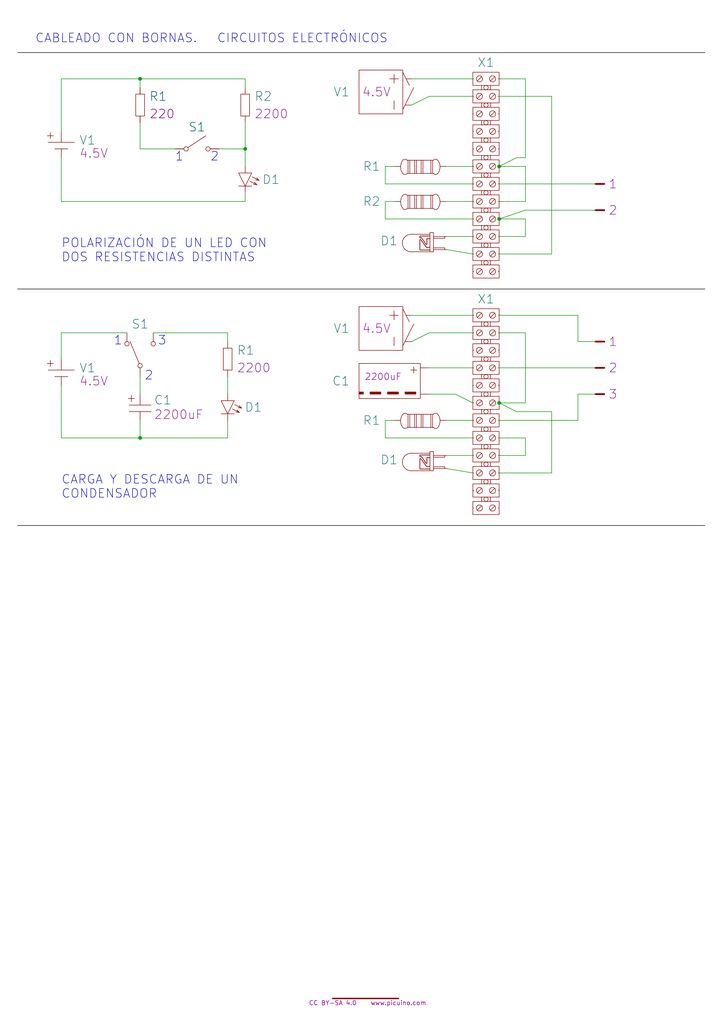
<source format=kicad_sch>
(kicad_sch (version 20211123) (generator eeschema)
  (paper "A4" portrait)
  (title_block (title "Circuitos eléctricos. Cableado con bornas.") (date "14/12/2018") (company "www.picuino.com") (comment 1 "Copyright (c) 2018 by Carlos Pardo") (comment 2 "License CC BY-SA 4.0"))
  (lib_symbols
    (symbol "electronic-bornas-electronic-rescue:CopyRight-simbolos" (pin_names (offset 1.016))
      (property "License" "Licencia CC BY-SA 4.0" (at 9.525 5.715 0))
      (property "Author" "Carlos Pardo" (at 7.62 3.81 0))
      (property "Date" "© 2018" (at -1.27 3.81 0))
      (property "Web" "www.picuino.com" (at 9.525 1.905 0))
      (symbol "CopyRight-simbolos_0_1"
        (polyline (pts (xy 0 0) (xy 19.05 0)) (stroke (width 0.4064)))
      )
    )
    (symbol "electronic-bornas-electronic-rescue:LED_pack_5mm-simbolos" (pin_names (offset 1.016))
      (property "Reference" "D" (at 5.08 7.62 0))
      (symbol "LED_pack_5mm-simbolos_0_1"
        (polyline (pts (xy -0.635 10.287) (xy -0.635 4.826)))
        (polyline (pts (xy 0 1.905) (xy 0 3.81)))
        (polyline (pts (xy 3.81 1.905) (xy 3.81 3.81)))
        (polyline (pts (xy 4.445 10.287) (xy 4.445 4.826)))
        (polyline (pts (xy 0 0.508) (xy 0.508 0.508) (xy 0.508 3.81)))
        (polyline (pts (xy 3.81 0.508) (xy 3.302 0.508) (xy 3.302 3.81)))
        (polyline (pts (xy -0.127 4.826) (xy -0.127 7.747) (xy 2.921 7.747) (xy 2.921 7.493) (xy 0.635 5.842) (xy 0.635 4.826)) (stroke (width 0.2032)))
        (polyline (pts (xy 4.445 4.826) (xy -0.635 4.826) (xy -0.635 3.81) (xy 4.953 3.81) (xy 4.953 4.826) (xy 4.445 4.826)))
        (polyline (pts (xy 3.937 4.826) (xy 3.937 7.747) (xy 3.429 7.747) (xy 3.429 7.239) (xy 1.524 5.969) (xy 1.524 5.715) (xy 3.175 5.715) (xy 3.175 4.826)) (stroke (width 0.2032)))
        (arc (start 4.445 10.287) (mid 1.905 12.827) (end -0.635 10.287))
      )
      (symbol "LED_pack_5mm-simbolos_1_1"
        (pin input line (at 0 0 90) (length 1.905) (name "") (number ""))
        (pin input line (at 3.81 0 90) (length 1.905) (name "") (number ""))
      )
    )
    (symbol "electronic-bornas-electronic-rescue:Pila-simbolos" (pin_names (offset 1.016))
      (property "Reference" "V" (at 5.08 -4.445 0))
      (symbol "Pila-simbolos_0_1"
        (polyline (pts (xy -4.064 -1.27) (xy -2.286 -1.27)))
        (polyline (pts (xy -3.81 -3.175) (xy 3.81 -3.175)))
        (polyline (pts (xy -3.175 -0.381) (xy -3.175 -2.159)))
        (polyline (pts (xy -1.905 -5.08) (xy 1.905 -5.08)))
      )
      (symbol "Pila-simbolos_1_1"
        (pin input line (at 0 -7.62 90) (length 2.54) (name "") (number ""))
        (pin input line (at 0 0 270) (length 3.175) (name "") (number ""))
      )
    )
    (symbol "electronic-bornas-electronic-rescue:borna_12x2-simbolos" (pin_names (offset 1.016))
      (property "Reference" "X" (at 3.81 3.81 0))
      (symbol "borna_12x2-simbolos_0_1"
        (rectangle (start 0 -53.975) (end 7.62 -57.785))
        (rectangle (start 0 -48.895) (end 7.62 -52.705))
        (rectangle (start 0 -43.815) (end 7.62 -47.625))
        (rectangle (start 0 -38.735) (end 7.62 -42.545))
        (rectangle (start 0 -33.655) (end 7.62 -37.465))
        (rectangle (start 0 -28.575) (end 7.62 -32.385))
        (rectangle (start 0 -23.495) (end 7.62 -27.305))
        (rectangle (start 0 -18.415) (end 7.62 -22.225))
        (rectangle (start 0 -13.335) (end 7.62 -17.145))
        (rectangle (start 0 -8.255) (end 7.62 -12.065))
        (rectangle (start 0 -3.175) (end 7.62 -6.985))
        (polyline (pts (xy 1.27 -56.515) (xy 2.54 -55.245)))
        (polyline (pts (xy 1.27 -51.435) (xy 2.54 -50.165)))
        (polyline (pts (xy 1.27 -46.355) (xy 2.54 -45.085)))
        (polyline (pts (xy 1.27 -41.275) (xy 2.54 -40.005)))
        (polyline (pts (xy 1.27 -36.195) (xy 2.54 -34.925)))
        (polyline (pts (xy 1.27 -31.115) (xy 2.54 -29.845)))
        (polyline (pts (xy 1.27 -26.035) (xy 2.54 -24.765)))
        (polyline (pts (xy 1.27 -20.955) (xy 2.54 -19.685)))
        (polyline (pts (xy 1.27 -15.875) (xy 2.54 -14.605)))
        (polyline (pts (xy 1.27 -10.795) (xy 2.54 -9.525)))
        (polyline (pts (xy 1.27 -5.715) (xy 2.54 -4.445)))
        (polyline (pts (xy 1.27 -0.635) (xy 2.54 0.635)))
        (polyline (pts (xy 2.54 -53.975) (xy 2.54 -52.705)))
        (polyline (pts (xy 2.54 -48.895) (xy 2.54 -47.625)))
        (polyline (pts (xy 2.54 -43.815) (xy 2.54 -42.545)))
        (polyline (pts (xy 2.54 -38.735) (xy 2.54 -37.465)))
        (polyline (pts (xy 2.54 -33.655) (xy 2.54 -32.385)))
        (polyline (pts (xy 2.54 -28.575) (xy 2.54 -27.305)))
        (polyline (pts (xy 2.54 -23.495) (xy 2.54 -22.225)))
        (polyline (pts (xy 2.54 -18.415) (xy 2.54 -17.145)))
        (polyline (pts (xy 2.54 -13.335) (xy 2.54 -12.065)))
        (polyline (pts (xy 2.54 -8.255) (xy 2.54 -6.985)))
        (polyline (pts (xy 2.54 -3.175) (xy 2.54 -1.905)))
        (polyline (pts (xy 5.08 -56.515) (xy 6.35 -55.245)))
        (polyline (pts (xy 5.08 -53.975) (xy 5.08 -52.705)))
        (polyline (pts (xy 5.08 -51.435) (xy 6.35 -50.165)))
        (polyline (pts (xy 5.08 -48.895) (xy 5.08 -47.625)))
        (polyline (pts (xy 5.08 -46.355) (xy 6.35 -45.085)))
        (polyline (pts (xy 5.08 -43.815) (xy 5.08 -42.545)))
        (polyline (pts (xy 5.08 -41.275) (xy 6.35 -40.005)))
        (polyline (pts (xy 5.08 -38.735) (xy 5.08 -37.465)))
        (polyline (pts (xy 5.08 -36.195) (xy 6.35 -34.925)))
        (polyline (pts (xy 5.08 -33.655) (xy 5.08 -32.385)))
        (polyline (pts (xy 5.08 -31.115) (xy 6.35 -29.845)))
        (polyline (pts (xy 5.08 -28.575) (xy 5.08 -27.305)))
        (polyline (pts (xy 5.08 -26.035) (xy 6.35 -24.765)))
        (polyline (pts (xy 5.08 -23.495) (xy 5.08 -22.225)))
        (polyline (pts (xy 5.08 -20.955) (xy 6.35 -19.685)))
        (polyline (pts (xy 5.08 -18.415) (xy 5.08 -17.145)))
        (polyline (pts (xy 5.08 -15.875) (xy 6.35 -14.605)))
        (polyline (pts (xy 5.08 -13.335) (xy 5.08 -12.065)))
        (polyline (pts (xy 5.08 -10.795) (xy 6.35 -9.525)))
        (polyline (pts (xy 5.08 -8.255) (xy 5.08 -6.985)))
        (polyline (pts (xy 5.08 -5.715) (xy 6.35 -4.445)))
        (polyline (pts (xy 5.08 -3.175) (xy 5.08 -1.905)))
        (polyline (pts (xy 5.08 -0.635) (xy 6.35 0.635)))
        (rectangle (start 0 1.905) (end 7.62 -1.905))
        (circle (center 1.905 -55.88) (radius 0.889))
        (circle (center 1.905 -50.8) (radius 0.889))
        (circle (center 1.905 -45.72) (radius 0.889))
        (circle (center 1.905 -40.64) (radius 0.889))
        (circle (center 1.905 -35.56) (radius 0.889))
        (circle (center 1.905 -30.48) (radius 0.889))
        (circle (center 1.905 -25.4) (radius 0.889))
        (circle (center 1.905 -20.32) (radius 0.889))
        (circle (center 1.905 -15.24) (radius 0.889))
        (circle (center 1.905 -10.16) (radius 0.889))
        (circle (center 1.905 -5.08) (radius 0.889))
        (circle (center 1.905 0) (radius 0.889))
        (circle (center 3.81 -53.34) (radius 0.635))
        (circle (center 3.81 -48.26) (radius 0.635))
        (circle (center 3.81 -43.18) (radius 0.635))
        (circle (center 3.81 -38.1) (radius 0.635))
        (circle (center 3.81 -33.02) (radius 0.635))
        (circle (center 3.81 -27.94) (radius 0.635))
        (circle (center 3.81 -22.86) (radius 0.635))
        (circle (center 3.81 -17.78) (radius 0.635))
        (circle (center 3.81 -12.7) (radius 0.635))
        (circle (center 3.81 -7.62) (radius 0.635))
        (circle (center 3.81 -2.54) (radius 0.635))
        (circle (center 5.715 -55.88) (radius 0.889))
        (circle (center 5.715 -50.8) (radius 0.889))
        (circle (center 5.715 -45.72) (radius 0.889))
        (circle (center 5.715 -40.64) (radius 0.889))
        (circle (center 5.715 -35.56) (radius 0.889))
        (circle (center 5.715 -30.48) (radius 0.889))
        (circle (center 5.715 -25.4) (radius 0.889))
        (circle (center 5.715 -20.32) (radius 0.889))
        (circle (center 5.715 -15.24) (radius 0.889))
        (circle (center 5.715 -10.16) (radius 0.889))
        (circle (center 5.715 -5.08) (radius 0.889))
        (circle (center 5.715 0) (radius 0.889))
      )
      (symbol "borna_12x2-simbolos_1_1"
        (pin input line (at 0 -55.88 0) (length 0.254) (name "") (number ""))
        (pin input line (at 0 -50.8 0) (length 0.254) (name "") (number ""))
        (pin input line (at 0 -45.72 0) (length 0.254) (name "") (number ""))
        (pin input line (at 0 -40.64 0) (length 0.254) (name "") (number ""))
        (pin input line (at 0 -35.56 0) (length 0.254) (name "") (number ""))
        (pin input line (at 0 -30.48 0) (length 0.254) (name "") (number ""))
        (pin input line (at 0 -25.4 0) (length 0.254) (name "") (number ""))
        (pin input line (at 0 -20.32 0) (length 0.254) (name "") (number ""))
        (pin input line (at 0 -15.24 0) (length 0.254) (name "") (number ""))
        (pin input line (at 0 -10.16 0) (length 0.254) (name "") (number ""))
        (pin input line (at 0 -5.08 0) (length 0.254) (name "") (number ""))
        (pin input line (at 0 0 0) (length 0.254) (name "") (number ""))
        (pin input line (at 7.62 -55.88 180) (length 0.254) (name "") (number ""))
        (pin input line (at 7.62 -50.8 180) (length 0.254) (name "") (number ""))
        (pin input line (at 7.62 -45.72 180) (length 0.254) (name "") (number ""))
        (pin input line (at 7.62 -40.64 180) (length 0.254) (name "") (number ""))
        (pin input line (at 7.62 -35.56 180) (length 0.254) (name "") (number ""))
        (pin input line (at 7.62 -30.48 180) (length 0.254) (name "") (number ""))
        (pin input line (at 7.62 -25.4 180) (length 0.254) (name "") (number ""))
        (pin input line (at 7.62 -20.32 180) (length 0.254) (name "") (number ""))
        (pin input line (at 7.62 -15.24 180) (length 0.254) (name "") (number ""))
        (pin input line (at 7.62 -10.16 180) (length 0.254) (name "") (number ""))
        (pin input line (at 7.62 -5.08 180) (length 0.254) (name "") (number ""))
        (pin input line (at 7.62 0 180) (length 0.254) (name "") (number ""))
      )
    )
    (symbol "electronic-bornas-electronic-rescue:cable-simbolos" (pin_names (offset 1.016))
      (symbol "cable-simbolos_0_1"
        (polyline (pts (xy 0 0) (xy 2.54 0)) (stroke (width 0.508)))
      )
      (symbol "cable-simbolos_1_1"
        (pin input line (at 0 0 0) (length 1.778) (name "") (number ""))
        (pin input line (at 2.54 0 180) (length 1.778) (name "") (number ""))
      )
    )
    (symbol "electronic-bornas-electronic-rescue:condensador_pack-simbolos" (pin_names (offset 1.016))
      (property "Reference" "C" (at 9.525 11.43 0))
      (symbol "condensador_pack-simbolos_0_1"
        (rectangle (start -1.27 2.54) (end 8.89 20.32))
        (polyline (pts (xy 0.635 5.334) (xy 0.635 3.556)))
        (polyline (pts (xy 1.524 4.445) (xy -0.254 4.445)))
        (rectangle (start 6.985 3.81) (end 7.62 6.985) (fill (type outline)))
        (rectangle (start 6.985 8.89) (end 7.62 12.065) (fill (type outline)))
        (rectangle (start 6.985 13.97) (end 7.62 17.145) (fill (type outline)))
        (rectangle (start 6.985 19.05) (end 7.62 20.32) (fill (type outline)))
      )
      (symbol "condensador_pack-simbolos_1_1"
        (pin input line (at 0 0 90) (length 2.54) (name "") (number ""))
        (pin input line (at 7.62 0 90) (length 2.54) (name "") (number ""))
      )
    )
    (symbol "electronic-bornas-electronic-rescue:condensador_pol-simbolos" (pin_names (offset 1.016))
      (property "Reference" "C" (at 3.81 -4.445 0))
      (symbol "condensador_pol-simbolos_0_1"
        (polyline (pts (xy -3.175 -3.175) (xy 3.175 -3.175)))
        (polyline (pts (xy -2.54 -0.381) (xy -2.54 -2.159)))
        (polyline (pts (xy -1.651 -1.27) (xy -3.429 -1.27)))
        (polyline (pts (xy 3.175 -5.08) (xy -3.175 -5.08)))
      )
      (symbol "condensador_pol-simbolos_1_1"
        (pin input line (at 0 -7.62 90) (length 2.54) (name "") (number ""))
        (pin input line (at 0 0 270) (length 3.175) (name "") (number ""))
      )
    )
    (symbol "electronic-bornas-electronic-rescue:diodo_led-simbolos" (pin_names (offset 1.016))
      (property "Reference" "D" (at 5.08 -3.81 0))
      (symbol "diodo_led-simbolos_0_1"
        (polyline (pts (xy 1.397 -4.318) (xy 3.429 -5.334)))
        (polyline (pts (xy 1.905 -5.715) (xy -1.905 -5.715)))
        (polyline (pts (xy 2.032 -3.048) (xy 4.064 -4.064)))
        (polyline (pts (xy 3.429 -5.334) (xy 2.3622 -5.1816)))
        (polyline (pts (xy 3.429 -5.334) (xy 2.667 -4.572)))
        (polyline (pts (xy 4.064 -4.064) (xy 2.9972 -3.9116)))
        (polyline (pts (xy 4.064 -4.064) (xy 3.302 -3.302)))
        (polyline (pts (xy 1.905 -1.905) (xy -1.905 -1.905) (xy 0 -5.715) (xy 1.905 -1.905)))
      )
      (symbol "diodo_led-simbolos_1_1"
        (pin input line (at 0 -7.62 90) (length 1.905) (name "") (number ""))
        (pin input line (at 0 0 270) (length 1.905) (name "") (number ""))
      )
    )
    (symbol "electronic-bornas-electronic-rescue:pila_petaca-simbolos" (pin_names (offset 1.016))
      (property "Reference" "V" (at 11.43 -8.89 0))
      (property "V" "4.5V" (at 3.81 -12.7 0))
      (symbol "pila_petaca-simbolos_0_1"
        (rectangle (start -2.54 -2.54) (end 10.16 -15.24))
        (polyline (pts (xy -1.27 -5.08) (xy 1.27 -5.08)))
        (polyline (pts (xy -1.27 -2.54) (xy 5.08 0.635)))
        (polyline (pts (xy 7.62 -3.81) (xy 7.62 -6.35)))
        (polyline (pts (xy 8.89 -5.08) (xy 6.35 -5.08)))
        (polyline (pts (xy 9.525 -2.54) (xy 5.715 -0.635)))
      )
      (symbol "pila_petaca-simbolos_1_1"
        (pin input line (at 0 0 270) (length 1.905) (name "") (number ""))
        (pin input line (at 7.62 0 270) (length 1.524) (name "") (number ""))
      )
    )
    (symbol "electronic-bornas-electronic-rescue:resistencia-simbolos" (pin_names (offset 1.016))
      (property "Reference" "R" (at 1.905 -5.08 0))
      (symbol "resistencia-simbolos_0_1"
        (rectangle (start -1.27 -1.905) (end 1.27 -8.255))
      )
      (symbol "resistencia-simbolos_1_1"
        (pin input line (at 0 -10.16 90) (length 1.905) (name "") (number ""))
        (pin input line (at 0 0 270) (length 1.905) (name "") (number ""))
      )
    )
    (symbol "electronic-bornas-electronic-rescue:resistencia_pack-simbolos" (pin_names (offset 1.016))
      (property "Reference" "R" (at 6.35 3.81 0))
      (property "R" "100" (at 6.985 3.81 0))
      (symbol "resistencia_pack-simbolos_0_1"
        (polyline (pts (xy 3.81 -2.032) (xy 11.43 -2.032)))
        (polyline (pts (xy 3.81 1.778) (xy 11.43 1.778)))
        (polyline (pts (xy 4.064 1.778) (xy 4.064 -2.032)))
        (polyline (pts (xy 4.572 1.778) (xy 4.572 -2.032)))
        (polyline (pts (xy 5.969 1.778) (xy 5.969 -2.032)))
        (polyline (pts (xy 6.477 1.778) (xy 6.477 -2.032)))
        (polyline (pts (xy 7.874 1.778) (xy 7.874 -2.032)))
        (polyline (pts (xy 8.382 1.778) (xy 8.382 -2.032)))
        (polyline (pts (xy 10.668 1.778) (xy 10.668 -2.032)))
        (polyline (pts (xy 11.176 1.778) (xy 11.176 -2.032)))
        (arc (start 2.54 -2.032) (mid 3.175 -2.3372) (end 3.81 -2.032))
        (arc (start 2.54 1.778) (mid 1.905 -0.127) (end 2.54 -2.032))
        (arc (start 3.81 1.778) (mid 3.175 2.0832) (end 2.54 1.778))
        (arc (start 11.43 -2.032) (mid 12.065 -2.3372) (end 12.7 -2.032))
        (arc (start 12.7 -2.032) (mid 13.335 -0.127) (end 12.7 1.778))
        (arc (start 12.7 1.778) (mid 12.065 2.0832) (end 11.43 1.778))
      )
      (symbol "resistencia_pack-simbolos_1_1"
        (pin input line (at 0 0 0) (length 1.905) (name "") (number ""))
        (pin input line (at 15.24 0 180) (length 1.905) (name "") (number ""))
      )
    )
    (symbol "electronic-bornas-electronic-rescue:selector-simbolos" (pin_names (offset 1.016))
      (property "Reference" "S" (at 4.445 3.175 0))
      (symbol "selector-simbolos_0_0"
        (circle (center 3.175 0) (radius 0.635))
        (circle (center 9.525 -3.81) (radius 0.635))
        (circle (center 9.525 3.81) (radius 0.635))
      )
      (symbol "selector-simbolos_0_1"
        (polyline (pts (xy 10.16 2.921) (xy 3.81 0.254)))
      )
      (symbol "selector-simbolos_1_1"
        (pin input line (at 0 0 0) (length 2.54) (name "") (number ""))
        (pin input line (at 12.7 -3.81 180) (length 2.54) (name "") (number ""))
        (pin input line (at 12.7 3.81 180) (length 2.54) (name "") (number ""))
      )
    )
    (symbol "electronic-bornas-electronic-rescue:switch-simbolos" (pin_names (offset 1.016))
      (property "Reference" "S" (at 4.445 3.175 0))
      (symbol "switch-simbolos_0_0"
        (polyline (pts (xy 8.89 3.81) (xy 3.683 0.381)))
        (circle (center 3.175 0) (radius 0.635))
        (circle (center 9.525 0) (radius 0.635))
      )
      (symbol "switch-simbolos_1_1"
        (pin input line (at 0 0 0) (length 2.54) (name "") (number ""))
        (pin input line (at 12.7 0 180) (length 2.54) (name "") (number ""))
      )
    )
  )
  (junction (at 71.12 43.18))
  (junction (at 144.78 116.84))
  (junction (at 40.64 22.86))
  (junction (at 40.64 127))
  (junction (at 144.78 48.26))
  (junction (at 144.78 63.5))
  (polyline (pts (xy 5.08 83.82) (xy 204.47 83.82)) (stroke (width 0) (type solid) (color 0 0 0 1)))
  (wire (pts (xy 111.76 63.5) (xy 111.76 58.42)))
  (wire (pts (xy 172.72 114.3) (xy 167.64 114.3)))
  (wire (pts (xy 66.04 127) (xy 40.64 127)))
  (wire (pts (xy 144.78 73.66) (xy 160.02 73.66)))
  (wire (pts (xy 71.12 55.88) (xy 71.12 58.42)))
  (wire (pts (xy 66.04 109.22) (xy 66.04 114.3)))
  (wire (pts (xy 152.4 116.84) (xy 152.4 96.52)))
  (wire (pts (xy 144.78 63.5) (xy 152.4 60.96)))
  (wire (pts (xy 149.86 45.72) (xy 152.4 45.72)))
  (wire (pts (xy 152.4 48.26) (xy 144.78 48.26)))
  (wire (pts (xy 152.4 60.96) (xy 172.72 60.96)))
  (wire (pts (xy 40.64 35.56) (xy 40.64 43.18)))
  (wire (pts (xy 144.78 116.84) (xy 152.4 116.84)))
  (wire (pts (xy 137.16 96.52) (xy 124.46 96.52)))
  (wire (pts (xy 111.76 53.34) (xy 111.76 48.26)))
  (wire (pts (xy 40.64 43.18) (xy 50.8 43.18)))
  (wire (pts (xy 167.64 114.3) (xy 167.64 121.92)))
  (wire (pts (xy 152.4 58.42) (xy 152.4 48.26)))
  (wire (pts (xy 137.16 63.5) (xy 111.76 63.5)))
  (wire (pts (xy 40.64 121.92) (xy 40.64 127)))
  (wire (pts (xy 17.78 22.86) (xy 40.64 22.86)))
  (wire (pts (xy 63.5 43.18) (xy 71.12 43.18)))
  (wire (pts (xy 71.12 35.56) (xy 71.12 43.18)))
  (wire (pts (xy 40.64 25.4) (xy 40.64 22.86)))
  (wire (pts (xy 137.16 53.34) (xy 111.76 53.34)))
  (wire (pts (xy 152.4 45.72) (xy 152.4 22.86)))
  (wire (pts (xy 40.64 22.86) (xy 71.12 22.86)))
  (wire (pts (xy 137.16 27.94) (xy 124.46 27.94)))
  (wire (pts (xy 152.4 96.52) (xy 144.78 96.52)))
  (wire (pts (xy 160.02 119.38) (xy 160.02 137.16)))
  (wire (pts (xy 111.76 127) (xy 111.76 121.92)))
  (wire (pts (xy 124.46 114.3) (xy 132.08 114.3)))
  (wire (pts (xy 124.46 106.68) (xy 137.16 106.68)))
  (polyline (pts (xy 5.08 15.24) (xy 204.47 15.24)) (stroke (width 0) (type solid) (color 0 0 0 1)))
  (wire (pts (xy 144.78 121.92) (xy 167.64 121.92)))
  (wire (pts (xy 111.76 48.26) (xy 114.3 48.26)))
  (wire (pts (xy 137.16 137.16) (xy 129.54 135.89)))
  (wire (pts (xy 71.12 25.4) (xy 71.12 22.86)))
  (wire (pts (xy 152.4 68.58) (xy 144.78 68.58)))
  (wire (pts (xy 111.76 121.92) (xy 114.3 121.92)))
  (wire (pts (xy 144.78 53.34) (xy 172.72 53.34)))
  (wire (pts (xy 144.78 91.44) (xy 167.64 91.44)))
  (wire (pts (xy 17.78 127) (xy 40.64 127)))
  (wire (pts (xy 152.4 132.08) (xy 144.78 132.08)))
  (wire (pts (xy 160.02 27.94) (xy 144.78 27.94)))
  (wire (pts (xy 132.08 114.3) (xy 137.16 116.84)))
  (wire (pts (xy 144.78 116.84) (xy 149.86 119.38)))
  (wire (pts (xy 152.4 22.86) (xy 144.78 22.86)))
  (wire (pts (xy 167.64 91.44) (xy 167.64 99.06)))
  (wire (pts (xy 149.86 119.38) (xy 160.02 119.38)))
  (wire (pts (xy 17.78 104.14) (xy 17.78 96.52)))
  (wire (pts (xy 144.78 63.5) (xy 152.4 63.5)))
  (wire (pts (xy 160.02 137.16) (xy 144.78 137.16)))
  (wire (pts (xy 152.4 127) (xy 152.4 132.08)))
  (wire (pts (xy 129.54 132.08) (xy 137.16 132.08)))
  (wire (pts (xy 129.54 48.26) (xy 137.16 48.26)))
  (wire (pts (xy 111.76 58.42) (xy 114.3 58.42)))
  (wire (pts (xy 66.04 99.06) (xy 66.04 96.52)))
  (wire (pts (xy 17.78 22.86) (xy 17.78 38.1)))
  (wire (pts (xy 17.78 96.52) (xy 36.83 96.52)))
  (wire (pts (xy 66.04 121.92) (xy 66.04 127)))
  (wire (pts (xy 40.64 109.22) (xy 40.64 114.3)))
  (wire (pts (xy 167.64 99.06) (xy 172.72 99.06)))
  (wire (pts (xy 144.78 48.26) (xy 149.86 45.72)))
  (wire (pts (xy 152.4 63.5) (xy 152.4 68.58)))
  (wire (pts (xy 124.46 96.52) (xy 119.38 99.06)))
  (wire (pts (xy 17.78 58.42) (xy 71.12 58.42)))
  (wire (pts (xy 129.54 58.42) (xy 137.16 58.42)))
  (wire (pts (xy 144.78 106.68) (xy 172.72 106.68)))
  (wire (pts (xy 129.54 68.58) (xy 137.16 68.58)))
  (wire (pts (xy 71.12 43.18) (xy 71.12 48.26)))
  (wire (pts (xy 17.78 45.72) (xy 17.78 58.42)))
  (polyline (pts (xy 5.08 152.4) (xy 204.47 152.4)) (stroke (width 0) (type solid) (color 0 0 0 1)))
  (wire (pts (xy 119.38 22.86) (xy 137.16 22.86)))
  (wire (pts (xy 160.02 73.66) (xy 160.02 27.94)))
  (wire (pts (xy 129.54 121.92) (xy 137.16 121.92)))
  (wire (pts (xy 144.78 58.42) (xy 152.4 58.42)))
  (wire (pts (xy 144.78 127) (xy 152.4 127)))
  (wire (pts (xy 124.46 27.94) (xy 119.38 30.48)))
  (wire (pts (xy 17.78 111.76) (xy 17.78 127)))
  (wire (pts (xy 137.16 127) (xy 111.76 127)))
  (wire (pts (xy 44.45 96.52) (xy 66.04 96.52)))
  (wire (pts (xy 119.38 91.44) (xy 137.16 91.44)))
  (wire (pts (xy 137.16 73.66) (xy 129.54 72.39)))
  (text "2" (at 41.91 110.49 0) (effects (font (size 2.54 2.54)) (justify left bottom)))
  (text "2" (at 60.96 46.99 0) (effects (font (size 2.54 2.54)) (justify left bottom)))
  (text "POLARIZACIÓN DE UN LED CON \nDOS RESISTENCIAS DISTINTAS\n" (at 17.78 76.2 0) (effects (font (size 2.54 2.54)) (justify left bottom)))
  (text "CABLEADO CON BORNAS.   CIRCUITOS ELECTRÓNICOS" (at 10.16 12.7 0) (effects (font (size 2.54 2.54)) (justify left bottom)))
  (text "CARGA Y DESCARGA DE UN\nCONDENSADOR" (at 17.78 144.78 0) (effects (font (size 2.54 2.54)) (justify left bottom)))
  (text "3" (at 45.72 100.33 0) (effects (font (size 2.54 2.54)) (justify left bottom)))
  (text "1" (at 35.56 100.33 180) (effects (font (size 2.54 2.54)) (justify right bottom)))
  (text "1" (at 53.34 46.99 180) (effects (font (size 2.54 2.54)) (justify right bottom)))
  (symbol (lib_id "electronic-bornas-electronic-rescue:pila_petaca-simbolos") (at 119.38 99.06 270) (mirror x) (unit 1)
    (property "Reference" "V1" (at 101.6 95.25 90) (effects (font (size 2.54 2.54)) (justify right)))
    (property "V" "4.5V" (at 109.22 95.25 90) (effects (font (size 2.54 2.54))))
  )
  (symbol (lib_id "electronic-bornas-electronic-rescue:resistencia-simbolos") (at 40.64 25.4 0) (unit 1)
    (property "Reference" "R1" (at 43.18 27.94 0) (effects (font (size 2.54 2.54)) (justify left)))
    (property "R" "220" (at 43.18 33.02 0) (effects (font (size 2.54 2.54)) (justify left)))
  )
  (symbol (lib_id "electronic-bornas-electronic-rescue:Pila-simbolos") (at 17.78 38.1 0) (unit 1)
    (property "Reference" "V1" (at 22.86 40.64 0) (effects (font (size 2.54 2.54)) (justify left)))
    (property "V" "4.5V" (at 22.86 44.45 0) (effects (font (size 2.54 2.54)) (justify left)))
  )
  (symbol (lib_id "electronic-bornas-electronic-rescue:borna_12x2-simbolos") (at 137.16 91.44 0) (unit 1)
    (property "Reference" "X1" (at 140.97 86.7156 0) (effects (font (size 2.54 2.54))))
  )
  (symbol (lib_id "electronic-bornas-electronic-rescue:diodo_led-simbolos") (at 66.04 114.3 0) (unit 1)
    (property "Reference" "D1" (at 70.8152 118.11 0) (effects (font (size 2.54 2.54)) (justify left)))
  )
  (symbol (lib_id "electronic-bornas-electronic-rescue:cable-simbolos") (at 172.72 114.3 0) (unit 1)
    (property "Reference" "L?" (effects hide))
    (property "cable" "3" (at 177.8 114.3 0) (effects (font (size 2.54 2.54))))
  )
  (symbol (lib_id "electronic-bornas-electronic-rescue:selector-simbolos") (at 40.64 109.22 90) (unit 1)
    (property "Reference" "S1" (at 40.64 93.98 90) (effects (font (size 2.54 2.54))))
  )
  (symbol (lib_id "electronic-bornas-electronic-rescue:cable-simbolos") (at 172.72 106.68 0) (unit 1)
    (property "Reference" "L?" (effects hide))
    (property "cable" "2" (at 177.8 106.68 0) (effects (font (size 2.54 2.54))))
  )
  (symbol (lib_id "electronic-bornas-electronic-rescue:LED_pack_5mm-simbolos") (at 129.54 72.39 90) (unit 1)
    (property "Reference" "D1" (at 115.57 69.85 90) (effects (font (size 2.54 2.54)) (justify left)))
  )
  (symbol (lib_id "electronic-bornas-electronic-rescue:condensador_pack-simbolos") (at 124.46 106.68 90) (mirror x) (unit 1)
    (property "Reference" "C1" (at 101.6 110.49 90) (effects (font (size 2.54 2.54)) (justify left)))
    (property "C" "2200uF" (at 111.125 109.22 90) (effects (font (size 1.905 1.905))))
  )
  (symbol (lib_id "electronic-bornas-electronic-rescue:resistencia_pack-simbolos") (at 114.3 121.92 0) (unit 1)
    (property "Reference" "R1" (at 110.49 121.92 0) (effects (font (size 2.54 2.54)) (justify right)))
    (property "R" "100" (effects hide))
  )
  (symbol (lib_id "electronic-bornas-electronic-rescue:resistencia-simbolos") (at 71.12 25.4 0) (unit 1)
    (property "Reference" "R2" (at 73.66 27.94 0) (effects (font (size 2.54 2.54)) (justify left)))
    (property "R" "2200" (at 73.66 33.02 0) (effects (font (size 2.54 2.54)) (justify left)))
  )
  (symbol (lib_id "electronic-bornas-electronic-rescue:cable-simbolos") (at 172.72 99.06 0) (unit 1)
    (property "Reference" "L?" (effects hide))
    (property "cable" "1" (at 177.8 99.06 0) (effects (font (size 2.54 2.54))))
  )
  (symbol (lib_id "electronic-bornas-electronic-rescue:pila_petaca-simbolos") (at 119.38 30.48 270) (mirror x) (unit 1)
    (property "Reference" "V1" (at 101.6 26.67 90) (effects (font (size 2.54 2.54)) (justify right)))
    (property "V" "4.5V" (at 109.22 26.67 90) (effects (font (size 2.54 2.54))))
  )
  (symbol (lib_id "electronic-bornas-electronic-rescue:borna_12x2-simbolos") (at 137.16 22.86 0) (unit 1)
    (property "Reference" "X1" (at 140.97 18.1356 0) (effects (font (size 2.54 2.54))))
  )
  (symbol (lib_id "electronic-bornas-electronic-rescue:resistencia_pack-simbolos") (at 114.3 48.26 0) (unit 1)
    (property "Reference" "R1" (at 110.49 48.26 0) (effects (font (size 2.54 2.54)) (justify right)))
    (property "R" "100" (effects hide))
  )
  (symbol (lib_id "electronic-bornas-electronic-rescue:switch-simbolos") (at 50.8 43.18 0) (unit 1)
    (property "Reference" "S1" (at 57.15 36.83 0) (effects (font (size 2.54 2.54))))
  )
  (symbol (lib_id "electronic-bornas-electronic-rescue:resistencia-simbolos") (at 66.04 99.06 0) (unit 1)
    (property "Reference" "R1" (at 68.58 101.6 0) (effects (font (size 2.54 2.54)) (justify left)))
    (property "R" "2200" (at 68.58 106.68 0) (effects (font (size 2.54 2.54)) (justify left)))
  )
  (symbol (lib_id "electronic-bornas-electronic-rescue:diodo_led-simbolos") (at 71.12 48.26 0) (unit 1)
    (property "Reference" "D1" (at 75.8952 52.07 0) (effects (font (size 2.54 2.54)) (justify left)))
  )
  (symbol (lib_id "electronic-bornas-electronic-rescue:CopyRight-simbolos") (at 96.52 289.56 0) (unit 1)
    (property "Reference" "CP1" (effects hide))
    (property "License" "CC BY-SA 4.0" (at 96.52 290.83 0))
    (property "Web" "www.picuino.com" (at 115.57 290.83 0))
  )
  (symbol (lib_id "electronic-bornas-electronic-rescue:LED_pack_5mm-simbolos") (at 129.54 135.89 90) (unit 1)
    (property "Reference" "D1" (at 115.57 133.35 90) (effects (font (size 2.54 2.54)) (justify left)))
  )
  (symbol (lib_id "electronic-bornas-electronic-rescue:Pila-simbolos") (at 17.78 104.14 0) (unit 1)
    (property "Reference" "V1" (at 22.86 106.68 0) (effects (font (size 2.54 2.54)) (justify left)))
    (property "V" "4.5V" (at 22.86 110.49 0) (effects (font (size 2.54 2.54)) (justify left)))
  )
  (symbol (lib_id "electronic-bornas-electronic-rescue:cable-simbolos") (at 172.72 53.34 0) (unit 1)
    (property "Reference" "L?" (effects hide))
    (property "cable" "1" (at 177.8 53.34 0) (effects (font (size 2.54 2.54))))
  )
  (symbol (lib_id "electronic-bornas-electronic-rescue:condensador_pol-simbolos") (at 40.64 114.3 0) (unit 1)
    (property "Reference" "C1" (at 44.5262 116.0018 0) (effects (font (size 2.54 2.54)) (justify left)))
    (property "C" "2200uF" (at 44.5262 120.2182 0) (effects (font (size 2.54 2.54)) (justify left)))
  )
  (symbol (lib_id "electronic-bornas-electronic-rescue:cable-simbolos") (at 172.72 60.96 0) (unit 1)
    (property "Reference" "L?" (effects hide))
    (property "cable" "2" (at 177.8 60.96 0) (effects (font (size 2.54 2.54))))
  )
  (symbol (lib_id "electronic-bornas-electronic-rescue:resistencia_pack-simbolos") (at 114.3 58.42 0) (unit 1)
    (property "Reference" "R2" (at 110.49 58.42 0) (effects (font (size 2.54 2.54)) (justify right)))
    (property "R" "100" (effects hide))
  )
)
</source>
